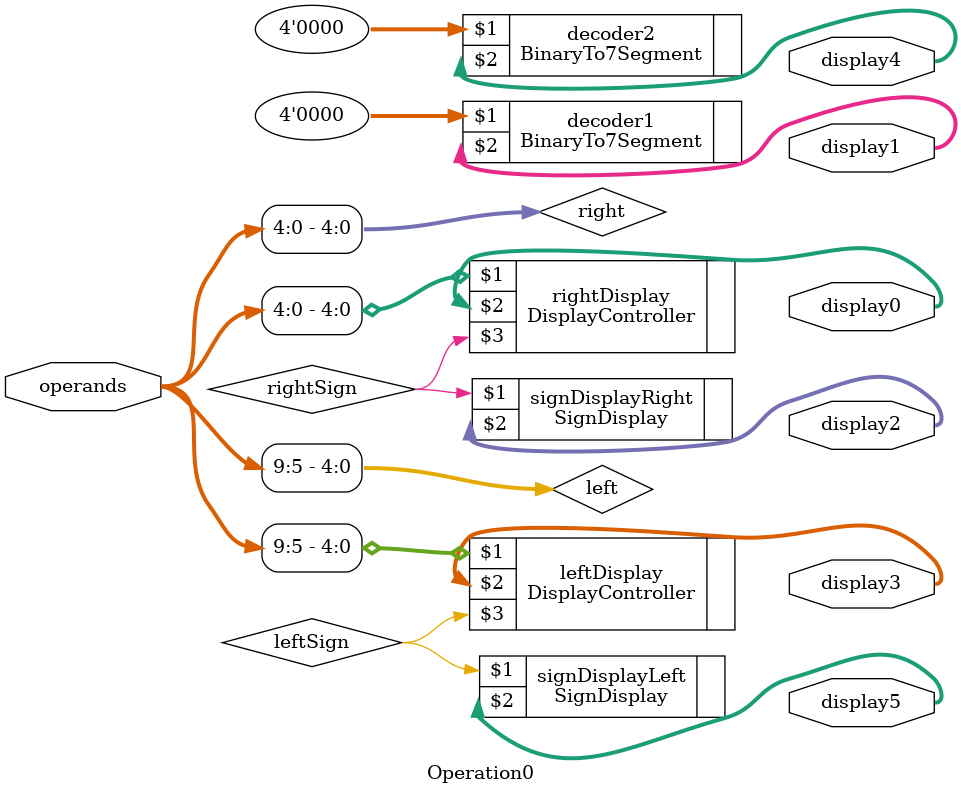
<source format=v>
`timescale 1ns / 1ps
module Operation0(
    input [9:0] operands,
    output [6:0] display0,
	 output [6:0] display1,
	 output [6:0] display2,
	 output [6:0] display3,
	 output [6:0] display4,
	 output [6:0] display5
    );

wire [4:0] left;
wire [4:0] right;
wire leftSign;
wire rightSign;

assign left = operands[9:5];
assign right = operands[4:0];

DisplayController rightDisplay(right, display0, rightSign);
BinaryTo7Segment decoder1(4'd0, display1);
SignDisplay signDisplayRight(rightSign, display2);

DisplayController leftDisplay(left, display3, leftSign);
BinaryTo7Segment decoder2(4'd0, display4);
SignDisplay signDisplayLeft(leftSign, display5);

endmodule

</source>
